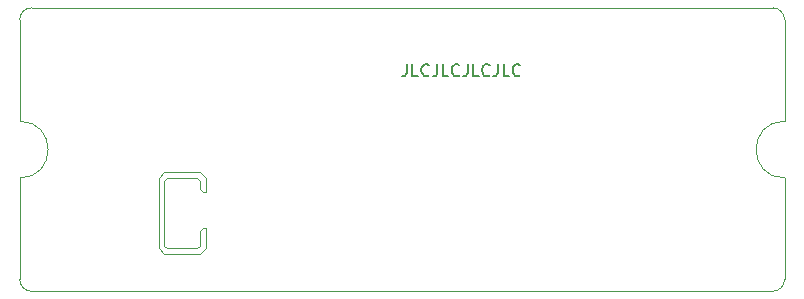
<source format=gbr>
%TF.GenerationSoftware,KiCad,Pcbnew,9.0.1*%
%TF.CreationDate,2025-08-28T21:03:41+10:00*%
%TF.ProjectId,ae-temp-monitor,61652d74-656d-4702-9d6d-6f6e69746f72,rev?*%
%TF.SameCoordinates,Original*%
%TF.FileFunction,Profile,NP*%
%FSLAX46Y46*%
G04 Gerber Fmt 4.6, Leading zero omitted, Abs format (unit mm)*
G04 Created by KiCad (PCBNEW 9.0.1) date 2025-08-28 21:03:41*
%MOMM*%
%LPD*%
G01*
G04 APERTURE LIST*
%ADD10C,0.150000*%
%TA.AperFunction,Profile*%
%ADD11C,0.100000*%
%TD*%
G04 APERTURE END LIST*
D10*
X139372493Y-68119819D02*
X139372493Y-68834104D01*
X139372493Y-68834104D02*
X139324874Y-68976961D01*
X139324874Y-68976961D02*
X139229636Y-69072200D01*
X139229636Y-69072200D02*
X139086779Y-69119819D01*
X139086779Y-69119819D02*
X138991541Y-69119819D01*
X140324874Y-69119819D02*
X139848684Y-69119819D01*
X139848684Y-69119819D02*
X139848684Y-68119819D01*
X141229636Y-69024580D02*
X141182017Y-69072200D01*
X141182017Y-69072200D02*
X141039160Y-69119819D01*
X141039160Y-69119819D02*
X140943922Y-69119819D01*
X140943922Y-69119819D02*
X140801065Y-69072200D01*
X140801065Y-69072200D02*
X140705827Y-68976961D01*
X140705827Y-68976961D02*
X140658208Y-68881723D01*
X140658208Y-68881723D02*
X140610589Y-68691247D01*
X140610589Y-68691247D02*
X140610589Y-68548390D01*
X140610589Y-68548390D02*
X140658208Y-68357914D01*
X140658208Y-68357914D02*
X140705827Y-68262676D01*
X140705827Y-68262676D02*
X140801065Y-68167438D01*
X140801065Y-68167438D02*
X140943922Y-68119819D01*
X140943922Y-68119819D02*
X141039160Y-68119819D01*
X141039160Y-68119819D02*
X141182017Y-68167438D01*
X141182017Y-68167438D02*
X141229636Y-68215057D01*
X141943922Y-68119819D02*
X141943922Y-68834104D01*
X141943922Y-68834104D02*
X141896303Y-68976961D01*
X141896303Y-68976961D02*
X141801065Y-69072200D01*
X141801065Y-69072200D02*
X141658208Y-69119819D01*
X141658208Y-69119819D02*
X141562970Y-69119819D01*
X142896303Y-69119819D02*
X142420113Y-69119819D01*
X142420113Y-69119819D02*
X142420113Y-68119819D01*
X143801065Y-69024580D02*
X143753446Y-69072200D01*
X143753446Y-69072200D02*
X143610589Y-69119819D01*
X143610589Y-69119819D02*
X143515351Y-69119819D01*
X143515351Y-69119819D02*
X143372494Y-69072200D01*
X143372494Y-69072200D02*
X143277256Y-68976961D01*
X143277256Y-68976961D02*
X143229637Y-68881723D01*
X143229637Y-68881723D02*
X143182018Y-68691247D01*
X143182018Y-68691247D02*
X143182018Y-68548390D01*
X143182018Y-68548390D02*
X143229637Y-68357914D01*
X143229637Y-68357914D02*
X143277256Y-68262676D01*
X143277256Y-68262676D02*
X143372494Y-68167438D01*
X143372494Y-68167438D02*
X143515351Y-68119819D01*
X143515351Y-68119819D02*
X143610589Y-68119819D01*
X143610589Y-68119819D02*
X143753446Y-68167438D01*
X143753446Y-68167438D02*
X143801065Y-68215057D01*
X144515351Y-68119819D02*
X144515351Y-68834104D01*
X144515351Y-68834104D02*
X144467732Y-68976961D01*
X144467732Y-68976961D02*
X144372494Y-69072200D01*
X144372494Y-69072200D02*
X144229637Y-69119819D01*
X144229637Y-69119819D02*
X144134399Y-69119819D01*
X145467732Y-69119819D02*
X144991542Y-69119819D01*
X144991542Y-69119819D02*
X144991542Y-68119819D01*
X146372494Y-69024580D02*
X146324875Y-69072200D01*
X146324875Y-69072200D02*
X146182018Y-69119819D01*
X146182018Y-69119819D02*
X146086780Y-69119819D01*
X146086780Y-69119819D02*
X145943923Y-69072200D01*
X145943923Y-69072200D02*
X145848685Y-68976961D01*
X145848685Y-68976961D02*
X145801066Y-68881723D01*
X145801066Y-68881723D02*
X145753447Y-68691247D01*
X145753447Y-68691247D02*
X145753447Y-68548390D01*
X145753447Y-68548390D02*
X145801066Y-68357914D01*
X145801066Y-68357914D02*
X145848685Y-68262676D01*
X145848685Y-68262676D02*
X145943923Y-68167438D01*
X145943923Y-68167438D02*
X146086780Y-68119819D01*
X146086780Y-68119819D02*
X146182018Y-68119819D01*
X146182018Y-68119819D02*
X146324875Y-68167438D01*
X146324875Y-68167438D02*
X146372494Y-68215057D01*
X147086780Y-68119819D02*
X147086780Y-68834104D01*
X147086780Y-68834104D02*
X147039161Y-68976961D01*
X147039161Y-68976961D02*
X146943923Y-69072200D01*
X146943923Y-69072200D02*
X146801066Y-69119819D01*
X146801066Y-69119819D02*
X146705828Y-69119819D01*
X148039161Y-69119819D02*
X147562971Y-69119819D01*
X147562971Y-69119819D02*
X147562971Y-68119819D01*
X148943923Y-69024580D02*
X148896304Y-69072200D01*
X148896304Y-69072200D02*
X148753447Y-69119819D01*
X148753447Y-69119819D02*
X148658209Y-69119819D01*
X148658209Y-69119819D02*
X148515352Y-69072200D01*
X148515352Y-69072200D02*
X148420114Y-68976961D01*
X148420114Y-68976961D02*
X148372495Y-68881723D01*
X148372495Y-68881723D02*
X148324876Y-68691247D01*
X148324876Y-68691247D02*
X148324876Y-68548390D01*
X148324876Y-68548390D02*
X148372495Y-68357914D01*
X148372495Y-68357914D02*
X148420114Y-68262676D01*
X148420114Y-68262676D02*
X148515352Y-68167438D01*
X148515352Y-68167438D02*
X148658209Y-68119819D01*
X148658209Y-68119819D02*
X148753447Y-68119819D01*
X148753447Y-68119819D02*
X148896304Y-68167438D01*
X148896304Y-68167438D02*
X148943923Y-68215057D01*
D11*
X171350000Y-86334900D02*
X171350000Y-77740570D01*
X171350000Y-77740595D02*
G75*
G02*
X171350000Y-72929253I0J2405671D01*
G01*
X106600000Y-86327829D02*
X106600000Y-77733546D01*
X106600000Y-72929253D02*
G75*
G02*
X106600000Y-77740595I0J-2405671D01*
G01*
X122099999Y-78959925D02*
X121850000Y-78709925D01*
X171350000Y-86334924D02*
G75*
G02*
X170350000Y-87334900I-1000000J24D01*
G01*
X107600000Y-87334925D02*
G75*
G02*
X106599975Y-86334924I0J1000025D01*
G01*
X171350000Y-72929253D02*
X171350000Y-64334923D01*
X122350000Y-78959925D02*
X122099999Y-78959925D01*
X121850000Y-82209925D02*
X121850000Y-83459923D01*
X121850000Y-78709925D02*
X121850000Y-77959925D01*
X118850000Y-77959923D02*
X119100000Y-77709923D01*
X118850000Y-77209923D02*
X121850000Y-77209925D01*
X170350000Y-63334925D02*
G75*
G02*
X171349975Y-64334923I0J-999975D01*
G01*
X121850000Y-77209925D02*
X122350000Y-77709923D01*
X121850000Y-84209923D02*
X122350000Y-83709925D01*
X121850000Y-77959925D02*
X121600001Y-77709923D01*
X119100000Y-83709925D02*
X118850000Y-83459924D01*
X118350001Y-83709925D02*
X118850000Y-84209924D01*
X121600001Y-83709925D02*
X119100000Y-83709925D01*
X122100001Y-81959924D02*
X121850000Y-82209925D01*
X106599999Y-64334924D02*
G75*
G02*
X107600000Y-63334899I1000001J24D01*
G01*
X118850000Y-84209924D02*
X121850000Y-84209923D01*
X107600000Y-87334925D02*
X170350000Y-87334925D01*
X121850000Y-83459923D02*
X121600001Y-83709925D01*
X122350000Y-83709925D02*
X122350000Y-81959925D01*
X118850000Y-83459924D02*
X118850000Y-77959923D01*
X119100000Y-77709923D02*
X121600001Y-77709923D01*
X118350001Y-77709923D02*
X118850000Y-77209923D01*
X118350001Y-77709923D02*
X118350001Y-83709925D01*
X106599999Y-72929207D02*
X106599999Y-64334924D01*
X122350000Y-78959925D02*
X122350000Y-77709923D01*
X107600000Y-63334925D02*
X170350000Y-63334925D01*
X122350000Y-81959925D02*
X122100001Y-81959924D01*
M02*

</source>
